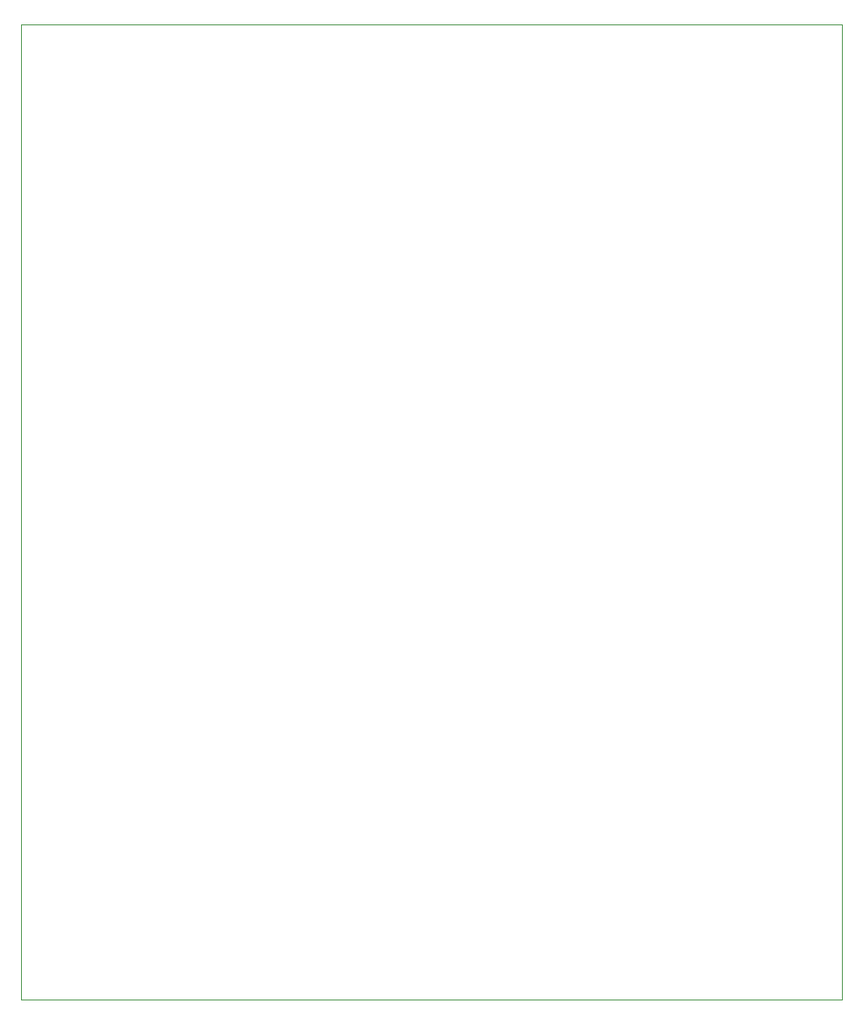
<source format=gbr>
G04 #@! TF.GenerationSoftware,KiCad,Pcbnew,(5.1.2)-2*
G04 #@! TF.CreationDate,2021-08-28T01:10:26-04:00*
G04 #@! TF.ProjectId,MAG_Plus,4d41475f-506c-4757-932e-6b696361645f,rev?*
G04 #@! TF.SameCoordinates,Original*
G04 #@! TF.FileFunction,Profile,NP*
%FSLAX46Y46*%
G04 Gerber Fmt 4.6, Leading zero omitted, Abs format (unit mm)*
G04 Created by KiCad (PCBNEW (5.1.2)-2) date 2021-08-28 01:10:26*
%MOMM*%
%LPD*%
G04 APERTURE LIST*
%ADD10C,0.050000*%
G04 APERTURE END LIST*
D10*
X121620000Y-283600000D02*
X121620000Y-248420000D01*
X121620000Y-248420000D02*
X151020000Y-248420000D01*
X204220000Y-346380000D02*
X204220000Y-248480000D01*
X151020000Y-248420000D02*
X204220000Y-248480000D01*
X121620000Y-346380000D02*
X204220000Y-346380000D01*
X121620000Y-283600000D02*
X121620000Y-346380000D01*
M02*

</source>
